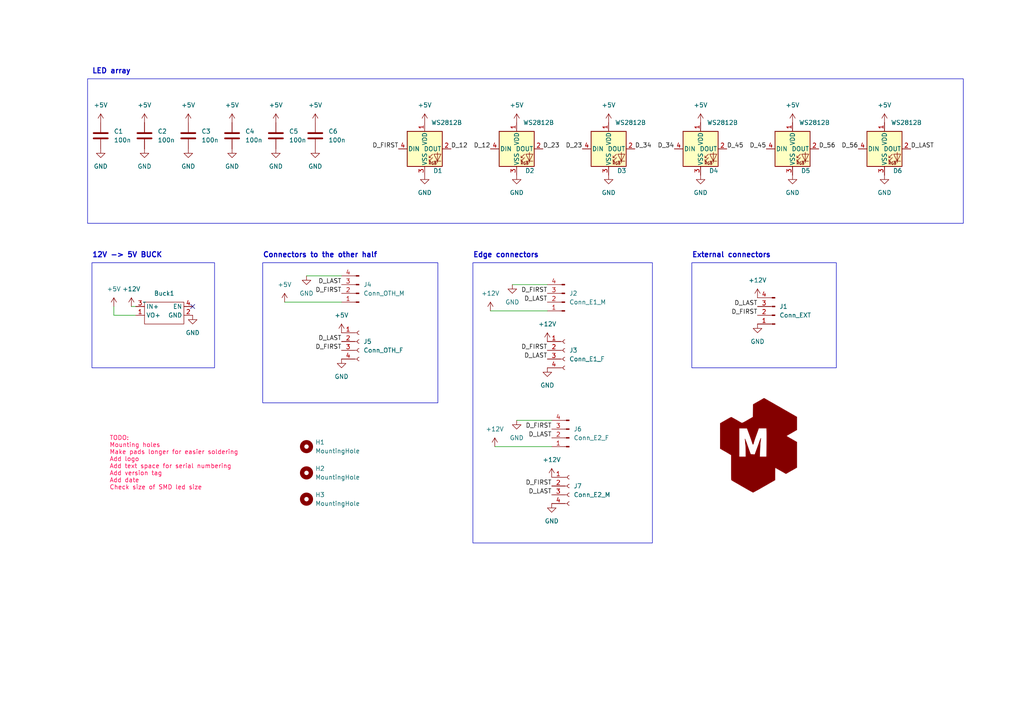
<source format=kicad_sch>
(kicad_sch (version 20230121) (generator eeschema)
  (paper "A4")
  (lib_symbols
    (symbol "--local:5v_buck"
      (property "Reference" "U" (at 5.08 1.27 0))
      (symbol "5v_buck_0_1"
        (rectangle (start 0 0) (end 11.43 -6.35))
      )
      (symbol "5v_buck_1_1"
        (pin input line (at -2.54 -3.81 0) (length 2.54) (name "VO+") (number "1"))
        (pin input line (at 13.97 -3.81 180) (length 2.54) (name "GND") (number "2"))
        (pin input line (at -2.54 -1.27 0) (length 2.54) (name "IN+") (number "3"))
        (pin input line (at 13.97 -1.27 180) (length 2.54) (name "EN") (number "4"))
      )
    )
    (symbol "--local:LOGO_KMS" (pin_names (offset 1.016))
      (symbol "LOGO_KMS_0_0"
        (polyline (pts (xy 0.0117 -14.5438) (xy 0.1815 -14.4596) (xy 0.4733 -14.3044) (xy 0.8715 -14.0867) (xy 1.3602 -13.8153) (xy 1.924 -13.4987) (xy 2.5471 -13.1457) (xy 3.2139 -12.765) (xy 6.35 -10.9673) (xy 6.35 -9.1666) (xy 6.3501 -8.9706) (xy 6.3525 -8.4585) (xy 6.3574 -8.0174) (xy 6.3642 -7.6719) (xy 6.3725 -7.4466) (xy 6.382 -7.366) (xy 6.3931 -7.3705) (xy 6.5163 -7.4356) (xy 6.7572 -7.5687) (xy 7.0937 -7.7574) (xy 7.504 -7.9893) (xy 7.966 -8.2524) (xy 9.518 -9.1387) (xy 9.8784 -8.9373) (xy 9.9805 -8.8799) (xy 10.249 -8.728) (xy 10.6096 -8.5232) (xy 11.0278 -8.2852) (xy 11.4694 -8.0335) (xy 12.7 -7.331) (xy 12.7 0.0494) (xy 11.176 0.9196) (xy 11.0418 0.9963) (xy 10.5993 1.2512) (xy 10.2174 1.4738) (xy 9.9177 1.6515) (xy 9.722 1.7712) (xy 9.652 1.8203) (xy 9.6578 1.8264) (xy 9.7659 1.8969) (xy 9.9934 2.0344) (xy 10.3187 2.2262) (xy 10.7201 2.4593) (xy 11.176 2.721) (xy 12.7 3.5912) (xy 12.7 7.3263) (xy 8.3185 9.8382) (xy 7.6069 10.2461) (xy 6.8355 10.688) (xy 6.1113 11.1028) (xy 5.4483 11.4824) (xy 4.8609 11.8184) (xy 4.3634 12.1028) (xy 3.9699 12.3275) (xy 3.6948 12.4842) (xy 3.5523 12.5649) (xy 3.1677 12.7795) (xy 1.5789 11.8716) (xy -0.0098 10.9637) (xy -0.0424 7.3239) (xy -1.6087 6.4227) (xy -1.8975 6.2571) (xy -2.3649 5.9936) (xy -2.7164 5.8043) (xy -2.9709 5.68) (xy -3.1477 5.612) (xy -3.2658 5.5912) (xy -3.3444 5.6086) (xy -3.4618 5.6732) (xy -3.7025 5.8093) (xy -4.0377 6.0007) (xy -4.4409 6.2321) (xy -4.8855 6.4885) (xy -5.3221 6.7382) (xy -5.7113 6.9558) (xy -6.0282 7.1278) (xy -6.2482 7.2407) (xy -6.3467 7.2813) (xy -6.3645 7.2764) (xy -6.5062 7.2095) (xy -6.7636 7.0739) (xy -7.1139 6.8821) (xy -7.5342 6.6465) (xy -8.0018 6.3795) (xy -9.5674 5.4776) (xy -9.5674 4.0688) (xy -4.064 4.0688) (xy -1.7516 4.0216) (xy -1.1718 2.4553) (xy -1 1.9865) (xy -0.7964 1.4201) (xy -0.6059 0.8796) (xy -0.4442 0.409) (xy -0.3266 0.0527) (xy -0.2179 -0.2807) (xy -0.1159 -0.5429) (xy -0.0353 -0.6449) (xy 0.0378 -0.5883) (xy 0.1173 -0.3745) (xy 0.217 -0.005) (xy 0.2461 0.1011) (xy 0.3452 0.4246) (xy 0.4827 0.8444) (xy 0.6445 1.3178) (xy 0.8165 1.8022) (xy 0.8988 2.0297) (xy 1.0719 2.5096) (xy 1.232 2.9552) (xy 1.3642 3.325) (xy 1.4536 3.5771) (xy 1.6242 4.064) (xy 3.88 4.064) (xy 3.9085 3.0691) (xy 3.9135 2.811) (xy 3.9177 2.3699) (xy 3.9198 1.8095) (xy 3.9199 1.1571) (xy 3.9179 0.44) (xy 3.9139 -0.3146) (xy 3.908 -1.0795) (xy 3.879 -4.2334) (xy 1.9224 -4.2334) (xy 1.9748 -2.4342) (xy 1.9947 -1.8396) (xy 2.0364 -0.9704) (xy 2.0906 -0.2293) (xy 2.1593 0.4093) (xy 2.2446 0.971) (xy 2.262 1.0904) (xy 2.2529 1.171) (xy 2.1976 1.1001) (xy 2.0991 0.8842) (xy 1.9605 0.5295) (xy 1.7849 0.0423) (xy 1.7468 -0.0664) (xy 1.5718 -0.5599) (xy 1.3664 -1.1332) (xy 1.1532 -1.7235) (xy 0.9546 -2.2683) (xy 0.4799 -3.5629) (xy -0.1138 -3.5383) (xy -0.7074 -3.5137) (xy -0.9586 -2.8364) (xy -0.9612 -2.8292) (xy -1.0706 -2.529) (xy -1.2213 -2.1084) (xy -1.3998 -1.6058) (xy -1.5924 -1.0595) (xy -1.7856 -0.508) (xy -1.8442 -0.3408) (xy -2.0095 0.1196) (xy -2.1523 0.5018) (xy -2.2647 0.7852) (xy -2.3386 0.9493) (xy -2.3659 0.9736) (xy -2.3657 0.9477) (xy -2.3538 0.7623) (xy -2.3275 0.455) (xy -2.29 0.0619) (xy -2.2445 -0.381) (xy -2.2379 -0.4446) (xy -2.1912 -1.0068) (xy -2.1531 -1.6534) (xy -2.1273 -2.3095) (xy -2.1176 -2.8999) (xy -2.1167 -4.2334) (xy -4.064 -4.2334) (xy -4.064 4.0688) (xy -9.5674 4.0688) (xy -9.5674 -1.8386) (xy -8.1915 -2.6257) (xy -7.7716 -2.8672) (xy -7.3526 -3.111) (xy -6.9963 -3.3211) (xy -6.7308 -3.4809) (xy -6.5844 -3.5738) (xy -6.353 -3.7348) (xy -6.3529 -7.3454) (xy -6.3527 -7.7944) (xy -6.3506 -8.6376) (xy -6.346 -9.3299) (xy -6.3386 -9.8839) (xy -6.3279 -10.3121) (xy -6.3136 -10.6272) (xy -6.2954 -10.8417) (xy -6.2729 -10.9682) (xy -6.2456 -11.0192) (xy -6.2238 -11.0319) (xy -6.0739 -11.1186) (xy -5.8 -11.2769) (xy -5.4182 -11.4974) (xy -4.9445 -11.7709) (xy -4.3949 -12.0881) (xy -3.7856 -12.4397) (xy -3.1327 -12.8164) (xy -2.8568 -12.9754) (xy -2.2209 -13.34) (xy -1.6355 -13.6733) (xy -1.1165 -13.9663) (xy -0.6799 -14.2101) (xy -0.3417 -14.3958) (xy -0.1179 -14.5142) (xy -0.0246 -14.5566) (xy 0.0117 -14.5438)) (stroke (width 0.01)) (fill (type outline)))
      )
    )
    (symbol "Connector:Conn_01x04_Pin" (pin_names (offset 1.016) hide)
      (property "Reference" "J" (at 0 5.08 0))
      (property "Value" "Conn_01x04_Pin" (at 0 -7.62 0))
      (symbol "Conn_01x04_Pin_1_1"
        (polyline (pts (xy 1.27 -5.08) (xy 0.8636 -5.08)) (stroke (width 0.1524)))
        (polyline (pts (xy 1.27 -2.54) (xy 0.8636 -2.54)) (stroke (width 0.1524)))
        (polyline (pts (xy 1.27 0) (xy 0.8636 0)) (stroke (width 0.1524)))
        (polyline (pts (xy 1.27 2.54) (xy 0.8636 2.54)) (stroke (width 0.1524)))
        (rectangle (start 0.8636 -4.953) (end 0 -5.207) (stroke (width 0.1524)) (fill (type outline)))
        (rectangle (start 0.8636 -2.413) (end 0 -2.667) (stroke (width 0.1524)) (fill (type outline)))
        (rectangle (start 0.8636 0.127) (end 0 -0.127) (stroke (width 0.1524)) (fill (type outline)))
        (rectangle (start 0.8636 2.667) (end 0 2.413) (stroke (width 0.1524)) (fill (type outline)))
        (pin passive line (at 5.08 2.54 180) (length 3.81) (name "Pin_1") (number "1"))
        (pin passive line (at 5.08 0 180) (length 3.81) (name "Pin_2") (number "2"))
        (pin passive line (at 5.08 -2.54 180) (length 3.81) (name "Pin_3") (number "3"))
        (pin passive line (at 5.08 -5.08 180) (length 3.81) (name "Pin_4") (number "4"))
      )
    )
    (symbol "Connector:Conn_01x04_Socket" (pin_names (offset 1.016) hide)
      (property "Reference" "J" (at 0 5.08 0))
      (property "Value" "Conn_01x04_Socket" (at 0 -7.62 0))
      (symbol "Conn_01x04_Socket_1_1"
        (arc (start 0 -4.572) (mid -0.5058 -5.08) (end 0 -5.588) (stroke (width 0.1524)))
        (arc (start 0 -2.032) (mid -0.5058 -2.54) (end 0 -3.048) (stroke (width 0.1524)))
        (polyline (pts (xy -1.27 -5.08) (xy -0.508 -5.08)) (stroke (width 0.1524)))
        (polyline (pts (xy -1.27 -2.54) (xy -0.508 -2.54)) (stroke (width 0.1524)))
        (polyline (pts (xy -1.27 0) (xy -0.508 0)) (stroke (width 0.1524)))
        (polyline (pts (xy -1.27 2.54) (xy -0.508 2.54)) (stroke (width 0.1524)))
        (arc (start 0 0.508) (mid -0.5058 0) (end 0 -0.508) (stroke (width 0.1524)))
        (arc (start 0 3.048) (mid -0.5058 2.54) (end 0 2.032) (stroke (width 0.1524)))
        (pin passive line (at -5.08 2.54 0) (length 3.81) (name "Pin_1") (number "1"))
        (pin passive line (at -5.08 0 0) (length 3.81) (name "Pin_2") (number "2"))
        (pin passive line (at -5.08 -2.54 0) (length 3.81) (name "Pin_3") (number "3"))
        (pin passive line (at -5.08 -5.08 0) (length 3.81) (name "Pin_4") (number "4"))
      )
    )
    (symbol "Device:C" (pin_numbers hide) (pin_names (offset 0.254))
      (property "Reference" "C" (at 0.635 2.54 0))
      (property "Value" "C" (at 0.635 -2.54 0))
      (symbol "C_0_1"
        (polyline (pts (xy -2.032 -0.762) (xy 2.032 -0.762)) (stroke (width 0.508)))
        (polyline (pts (xy -2.032 0.762) (xy 2.032 0.762)) (stroke (width 0.508)))
      )
      (symbol "C_1_1"
        (pin passive line (at 0 3.81 270) (length 2.794) (name "~") (number "1"))
        (pin passive line (at 0 -3.81 90) (length 2.794) (name "~") (number "2"))
      )
    )
    (symbol "LED:WS2812B" (pin_names (offset 0.254))
      (property "Reference" "D" (at 5.08 5.715 0))
      (property "Value" "WS2812B" (at 1.27 -5.715 0))
      (symbol "WS2812B_0_0"
        (text "RGB" (at 2.286 -4.191 0) (effects (font (size 0.762 0.762))))
      )
      (symbol "WS2812B_0_1"
        (polyline (pts (xy 1.27 -3.556) (xy 1.778 -3.556)))
        (polyline (pts (xy 1.27 -2.54) (xy 1.778 -2.54)))
        (polyline (pts (xy 4.699 -3.556) (xy 2.667 -3.556)))
        (polyline (pts (xy 2.286 -2.54) (xy 1.27 -3.556) (xy 1.27 -3.048)))
        (polyline (pts (xy 2.286 -1.524) (xy 1.27 -2.54) (xy 1.27 -2.032)))
        (polyline (pts (xy 3.683 -1.016) (xy 3.683 -3.556) (xy 3.683 -4.064)))
        (polyline (pts (xy 4.699 -1.524) (xy 2.667 -1.524) (xy 3.683 -3.556) (xy 4.699 -1.524)))
        (rectangle (start 5.08 5.08) (end -5.08 -5.08) (stroke (width 0.254)) (fill (type background)))
      )
      (symbol "WS2812B_1_1"
        (pin power_in line (at 0 7.62 270) (length 2.54) (name "VDD") (number "1"))
        (pin output line (at 7.62 0 180) (length 2.54) (name "DOUT") (number "2"))
        (pin power_in line (at 0 -7.62 90) (length 2.54) (name "VSS") (number "3"))
        (pin input line (at -7.62 0 0) (length 2.54) (name "DIN") (number "4"))
      )
    )
    (symbol "Mechanical:MountingHole" (pin_names (offset 1.016))
      (property "Reference" "H" (at 0 5.08 0))
      (property "Value" "MountingHole" (at 0 3.175 0))
      (symbol "MountingHole_0_1"
        (circle (center 0 0) (radius 1.27) (stroke (width 1.27)))
      )
    )
    (symbol "power:+12V" (power) (pin_names (offset 0))
      (property "Value" "+12V" (at 0 3.556 0))
      (symbol "+12V_0_1"
        (polyline (pts (xy -0.762 1.27) (xy 0 2.54)))
        (polyline (pts (xy 0 0) (xy 0 2.54)))
        (polyline (pts (xy 0 2.54) (xy 0.762 1.27)))
      )
      (symbol "+12V_1_1"
        (pin power_in line (at 0 0 90) (length 0) hide (name "+12V") (number "1"))
      )
    )
    (symbol "power:+5V" (power) (pin_names (offset 0))
      (property "Value" "+5V" (at 0 3.556 0))
      (symbol "+5V_0_1"
        (polyline (pts (xy -0.762 1.27) (xy 0 2.54)))
        (polyline (pts (xy 0 0) (xy 0 2.54)))
        (polyline (pts (xy 0 2.54) (xy 0.762 1.27)))
      )
      (symbol "+5V_1_1"
        (pin power_in line (at 0 0 90) (length 0) hide (name "+5V") (number "1"))
      )
    )
    (symbol "power:GND" (power) (pin_names (offset 0))
      (property "Value" "GND" (at 0 -3.81 0))
      (symbol "GND_0_1"
        (polyline (pts (xy 0 0) (xy 0 -1.27) (xy 1.27 -1.27) (xy 0 -2.54) (xy -1.27 -1.27) (xy 0 -1.27)))
      )
      (symbol "GND_1_1"
        (pin power_in line (at 0 0 270) (length 0) hide (name "GND") (number "1"))
      )
    )
  )
  (no_connect (at 55.88 88.9))
  (wire (pts (xy 38.1 88.9) (xy 39.37 88.9)))
  (wire (pts (xy 149.86 121.92) (xy 160.02 121.92)))
  (wire (pts (xy 33.02 88.9) (xy 33.02 91.44)))
  (wire (pts (xy 88.9 80.01) (xy 99.06 80.01)))
  (wire (pts (xy 82.55 87.63) (xy 99.06 87.63)))
  (wire (pts (xy 33.02 91.44) (xy 39.37 91.44)))
  (wire (pts (xy 143.51 129.54) (xy 160.02 129.54)))
  (wire (pts (xy 148.59 82.55) (xy 158.75 82.55)))
  (wire (pts (xy 142.24 90.17) (xy 158.75 90.17)))
  (rectangle (start 200.66 76.2) (end 242.57 106.68))
  (rectangle (start 25.4 22.86) (end 279.4 64.77))
  (rectangle (start 137.16 76.2) (end 189.23 157.48))
  (rectangle (start 26.67 76.2) (end 62.23 106.68))
  (rectangle (start 76.2 76.2) (end 127 116.84))
  (text "Edge connectors" (at 137.16 74.93 0) (effects (font (size 1.5 1.5) (thickness 0.3) bold) (justify left bottom)))
  (text "12V -> 5V BUCK" (at 26.67 74.93 0) (effects (font (size 1.5 1.5) (thickness 0.3) bold) (justify left bottom)))
  (text "Connectors to the other half" (at 76.2 74.93 0) (effects (font (size 1.5 1.5) (thickness 0.3) bold) (justify left bottom)))
  (text "LED array" (at 26.67 21.59 0) (effects (font (size 1.5 1.5) (thickness 0.3) bold) (justify left bottom)))
  (text "TODO:\nMounting holes\nMake pads longer for easier soldering \nAdd logo\nAdd text space for serial numbering\nAdd version tag\nAdd date\nCheck size of SMD led size" (at 31.75 142.24 0) (effects (font (size 1.27 1.27)) (justify left bottom)))
  (text "External connectors" (at 200.66 74.93 0) (effects (font (size 1.5 1.5) (thickness 0.3) bold) (justify left bottom)))
  (label "D_LAST" (at 160.02 127 180))
  (label "D_FIRST" (at 219.71 91.44 180))
  (label "D_34" (at 184.15 43.18 0))
  (label "D_LAST" (at 219.71 88.9 180))
  (label "D_LAST" (at 160.02 143.51 180))
  (label "D_23" (at 157.48 43.18 0))
  (label "D_56" (at 237.49 43.18 0))
  (label "D_23" (at 168.91 43.18 180))
  (label "D_45" (at 222.25 43.18 180))
  (label "D_LAST" (at 99.06 82.55 180))
  (label "D_FIRST" (at 158.75 85.09 180))
  (label "D_FIRST" (at 115.57 43.18 180))
  (label "D_56" (at 248.92 43.18 180))
  (label "D_LAST" (at 158.75 104.14 180))
  (label "D_45" (at 210.82 43.18 0))
  (label "D_FIRST" (at 160.02 124.46 180))
  (label "D_12" (at 142.24 43.18 180))
  (label "D_34" (at 195.58 43.18 180))
  (label "D_LAST" (at 158.75 87.63 180))
  (label "D_FIRST" (at 158.75 101.6 180))
  (label "D_FIRST" (at 160.02 140.97 180))
  (label "D_12" (at 130.81 43.18 0))
  (label "D_LAST" (at 264.16 43.18 0))
  (label "D_FIRST" (at 99.06 101.6 180))
  (label "D_FIRST" (at 99.06 85.09 180))
  (label "D_LAST" (at 99.06 99.06 180))
  (symbol (lib_id "power:GND") (at 41.91 43.18 0) (unit 1)
    (property "Reference" "#PWR07" (effects hide))
    (property "Value" "GND" (at 41.91 48.26 0))
  )
  (symbol (lib_id "LED:WS2812B") (at 176.53 43.18 0) (unit 1)
    (property "Reference" "D3" (at 180.34 49.53 0))
    (property "Value" "WS2812B" (at 182.88 35.56 0))
    (property "Footprint" "LED_SMD:LED_WS2812B_PLCC4_5.0x5.0mm_P3.2mm" (effects hide))
    (property "Datasheet" "https://cdn-shop.adafruit.com/datasheets/WS2812B.pdf" (effects hide))
  )
  (symbol (lib_id "power:GND") (at 158.75 106.68 0) (unit 1)
    (property "Reference" "#PWR021" (effects hide))
    (property "Value" "GND" (at 158.75 111.76 0))
  )
  (symbol (lib_id "power:+5V") (at 82.55 87.63 0) (unit 1)
    (property "Reference" "#PWR025" (effects hide))
    (property "Value" "+5V" (at 82.55 82.55 0))
  )
  (symbol (lib_id "Mechanical:MountingHole") (at 88.9 129.54 0) (unit 1)
    (property "Reference" "H1" (at 91.44 128.27 0) (effects (justify left)))
    (property "Value" "MountingHole" (at 91.44 130.81 0) (effects (justify left)))
    (property "Footprint" "MountingHole:MountingHole_3.2mm_M3" (effects hide))
  )
  (symbol (lib_id "power:+5V") (at 99.06 96.52 0) (unit 1)
    (property "Reference" "#PWR027" (effects hide))
    (property "Value" "+5V" (at 99.06 91.44 0))
  )
  (symbol (lib_id "LED:WS2812B") (at 229.87 43.18 0) (unit 1)
    (property "Reference" "D5" (at 233.68 49.53 0))
    (property "Value" "WS2812B" (at 236.22 35.56 0))
    (property "Footprint" "LED_SMD:LED_WS2812B_PLCC4_5.0x5.0mm_P3.2mm" (effects hide))
    (property "Datasheet" "https://cdn-shop.adafruit.com/datasheets/WS2812B.pdf" (effects hide))
  )
  (symbol (lib_id "power:+5V") (at 67.31 35.56 0) (unit 1)
    (property "Reference" "#PWR039" (effects hide))
    (property "Value" "+5V" (at 67.31 30.48 0))
  )
  (symbol (lib_id "power:GND") (at 149.86 121.92 0) (unit 1)
    (property "Reference" "#PWR030" (effects hide))
    (property "Value" "GND" (at 149.86 127 0))
  )
  (symbol (lib_id "power:+5V") (at 256.54 35.56 0) (unit 1)
    (property "Reference" "#PWR034" (effects hide))
    (property "Value" "+5V" (at 256.54 30.48 0))
  )
  (symbol (lib_id "power:+5V") (at 54.61 35.56 0) (unit 1)
    (property "Reference" "#PWR038" (effects hide))
    (property "Value" "+5V" (at 54.61 30.48 0))
  )
  (symbol (lib_id "Mechanical:MountingHole") (at 88.9 137.16 0) (unit 1)
    (property "Reference" "H2" (at 91.44 135.89 0) (effects (justify left)))
    (property "Value" "MountingHole" (at 91.44 138.43 0) (effects (justify left)))
    (property "Footprint" "MountingHole:MountingHole_3.2mm_M3" (effects hide))
  )
  (symbol (lib_id "power:+5V") (at 29.21 35.56 0) (unit 1)
    (property "Reference" "#PWR036" (effects hide))
    (property "Value" "+5V" (at 29.21 30.48 0))
  )
  (symbol (lib_id "Device:C") (at 67.31 39.37 0) (unit 1)
    (property "Reference" "C4" (at 71.12 38.1 0) (effects (justify left)))
    (property "Value" "100n" (at 71.12 40.64 0) (effects (justify left)))
    (property "Footprint" "Capacitor_SMD:C_0805_2012Metric_Pad1.18x1.45mm_HandSolder" (effects hide))
  )
  (symbol (lib_id "power:+5V") (at 33.02 88.9 0) (unit 1)
    (property "Reference" "#PWR04" (effects hide))
    (property "Value" "+5V" (at 33.02 83.82 0))
  )
  (symbol (lib_id "power:GND") (at 219.71 93.98 0) (unit 1)
    (property "Reference" "#PWR019" (effects hide))
    (property "Value" "GND" (at 219.71 99.06 0))
  )
  (symbol (lib_id "power:+5V") (at 149.86 35.56 0) (unit 1)
    (property "Reference" "#PWR08" (effects hide))
    (property "Value" "+5V" (at 149.86 30.48 0))
  )
  (symbol (lib_id "Device:C") (at 54.61 39.37 0) (unit 1)
    (property "Reference" "C3" (at 58.42 38.1 0) (effects (justify left)))
    (property "Value" "100n" (at 58.42 40.64 0) (effects (justify left)))
    (property "Footprint" "Capacitor_SMD:C_0805_2012Metric_Pad1.18x1.45mm_HandSolder" (effects hide))
  )
  (symbol (lib_id "power:+5V") (at 123.19 35.56 0) (unit 1)
    (property "Reference" "#PWR02" (effects hide))
    (property "Value" "+5V" (at 123.19 30.48 0))
  )
  (symbol (lib_id "Connector:Conn_01x04_Pin") (at 224.79 91.44 180) (unit 1)
    (property "Reference" "J1" (at 226.06 88.9 0) (effects (justify right)))
    (property "Value" "Conn_EXT" (at 226.06 91.44 0) (effects (justify right)))
    (property "Footprint" "--local:4_pin_solder_pad" (effects hide))
  )
  (symbol (lib_id "power:GND") (at 55.88 91.44 0) (unit 1)
    (property "Reference" "#PWR03" (effects hide))
    (property "Value" "GND" (at 55.88 96.52 0))
  )
  (symbol (lib_id "Device:C") (at 91.44 39.37 0) (unit 1)
    (property "Reference" "C6" (at 95.25 38.1 0) (effects (justify left)))
    (property "Value" "100n" (at 95.25 40.64 0) (effects (justify left)))
    (property "Footprint" "Capacitor_SMD:C_0805_2012Metric_Pad1.18x1.45mm_HandSolder" (effects hide))
  )
  (symbol (lib_id "power:+5V") (at 80.01 35.56 0) (unit 1)
    (property "Reference" "#PWR040" (effects hide))
    (property "Value" "+5V" (at 80.01 30.48 0))
  )
  (symbol (lib_id "Connector:Conn_01x04_Socket") (at 165.1 140.97 0) (unit 1)
    (property "Reference" "J7" (at 166.37 140.97 0) (effects (justify left)))
    (property "Value" "Conn_E2_M" (at 166.37 143.51 0) (effects (justify left)))
    (property "Footprint" "--local:4_pin_solder_pad" (effects hide))
  )
  (symbol (lib_id "power:GND") (at 29.21 43.18 0) (unit 1)
    (property "Reference" "#PWR06" (effects hide))
    (property "Value" "GND" (at 29.21 48.26 0))
  )
  (symbol (lib_id "Connector:Conn_01x04_Socket") (at 104.14 99.06 0) (unit 1)
    (property "Reference" "J5" (at 105.41 99.06 0) (effects (justify left)))
    (property "Value" "Conn_OTH_F" (at 105.41 101.6 0) (effects (justify left)))
    (property "Footprint" "--local:4_pin_solder_pad" (effects hide))
  )
  (symbol (lib_id "power:GND") (at 203.2 50.8 0) (unit 1)
    (property "Reference" "#PWR015" (effects hide))
    (property "Value" "GND" (at 203.2 55.88 0))
  )
  (symbol (lib_id "Connector:Conn_01x04_Pin") (at 163.83 87.63 180) (unit 1)
    (property "Reference" "J2" (at 165.1 85.09 0) (effects (justify right)))
    (property "Value" "Conn_E1_M" (at 165.1 87.63 0) (effects (justify right)))
    (property "Footprint" "--local:4_pin_solder_pad" (effects hide))
  )
  (symbol (lib_id "power:GND") (at 229.87 50.8 0) (unit 1)
    (property "Reference" "#PWR018" (effects hide))
    (property "Value" "GND" (at 229.87 55.88 0))
  )
  (symbol (lib_id "power:GND") (at 148.59 82.55 0) (unit 1)
    (property "Reference" "#PWR022" (effects hide))
    (property "Value" "GND" (at 148.59 87.63 0))
  )
  (symbol (lib_id "power:GND") (at 256.54 50.8 0) (unit 1)
    (property "Reference" "#PWR035" (effects hide))
    (property "Value" "GND" (at 256.54 55.88 0))
  )
  (symbol (lib_id "power:GND") (at 176.53 50.8 0) (unit 1)
    (property "Reference" "#PWR012" (effects hide))
    (property "Value" "GND" (at 176.53 55.88 0))
  )
  (symbol (lib_id "power:GND") (at 54.61 43.18 0) (unit 1)
    (property "Reference" "#PWR010" (effects hide))
    (property "Value" "GND" (at 54.61 48.26 0))
  )
  (symbol (lib_id "Device:C") (at 29.21 39.37 0) (unit 1)
    (property "Reference" "C1" (at 33.02 38.1 0) (effects (justify left)))
    (property "Value" "100n" (at 33.02 40.64 0) (effects (justify left)))
    (property "Footprint" "Capacitor_SMD:C_0805_2012Metric_Pad1.18x1.45mm_HandSolder" (effects hide))
  )
  (symbol (lib_id "power:GND") (at 99.06 104.14 0) (unit 1)
    (property "Reference" "#PWR028" (effects hide))
    (property "Value" "GND" (at 99.06 109.22 0))
  )
  (symbol (lib_id "LED:WS2812B") (at 149.86 43.18 0) (unit 1)
    (property "Reference" "D2" (at 153.67 49.53 0))
    (property "Value" "WS2812B" (at 156.21 35.56 0))
    (property "Footprint" "LED_SMD:LED_WS2812B_PLCC4_5.0x5.0mm_P3.2mm" (effects hide))
    (property "Datasheet" "https://cdn-shop.adafruit.com/datasheets/WS2812B.pdf" (effects hide))
  )
  (symbol (lib_id "power:+5V") (at 203.2 35.56 0) (unit 1)
    (property "Reference" "#PWR014" (effects hide))
    (property "Value" "+5V" (at 203.2 30.48 0))
  )
  (symbol (lib_id "LED:WS2812B") (at 256.54 43.18 0) (unit 1)
    (property "Reference" "D6" (at 260.35 49.53 0))
    (property "Value" "WS2812B" (at 262.89 35.56 0))
    (property "Footprint" "LED_SMD:LED_WS2812B_PLCC4_5.0x5.0mm_P3.2mm" (effects hide))
    (property "Datasheet" "https://cdn-shop.adafruit.com/datasheets/WS2812B.pdf" (effects hide))
  )
  (symbol (lib_id "power:GND") (at 88.9 80.01 0) (unit 1)
    (property "Reference" "#PWR026" (effects hide))
    (property "Value" "GND" (at 88.9 85.09 0))
  )
  (symbol (lib_id "power:+5V") (at 41.91 35.56 0) (unit 1)
    (property "Reference" "#PWR037" (effects hide))
    (property "Value" "+5V" (at 41.91 30.48 0))
  )
  (symbol (lib_id "power:+12V") (at 158.75 99.06 0) (unit 1)
    (property "Reference" "#PWR024" (effects hide))
    (property "Value" "+12V" (at 158.75 93.98 0))
  )
  (symbol (lib_id "Device:C") (at 80.01 39.37 0) (unit 1)
    (property "Reference" "C5" (at 83.82 38.1 0) (effects (justify left)))
    (property "Value" "100n" (at 83.82 40.64 0) (effects (justify left)))
    (property "Footprint" "Capacitor_SMD:C_0805_2012Metric_Pad1.18x1.45mm_HandSolder" (effects hide))
  )
  (symbol (lib_id "LED:WS2812B") (at 203.2 43.18 0) (unit 1)
    (property "Reference" "D4" (at 207.01 49.53 0))
    (property "Value" "WS2812B" (at 209.55 35.56 0))
    (property "Footprint" "LED_SMD:LED_WS2812B_PLCC4_5.0x5.0mm_P3.2mm" (effects hide))
    (property "Datasheet" "https://cdn-shop.adafruit.com/datasheets/WS2812B.pdf" (effects hide))
  )
  (symbol (lib_id "power:+5V") (at 176.53 35.56 0) (unit 1)
    (property "Reference" "#PWR011" (effects hide))
    (property "Value" "+5V" (at 176.53 30.48 0))
  )
  (symbol (lib_id "power:+12V") (at 143.51 129.54 0) (unit 1)
    (property "Reference" "#PWR029" (effects hide))
    (property "Value" "+12V" (at 143.51 124.46 0))
  )
  (symbol (lib_id "power:GND") (at 91.44 43.18 0) (unit 1)
    (property "Reference" "#PWR033" (effects hide))
    (property "Value" "GND" (at 91.44 48.26 0))
  )
  (symbol (lib_id "Mechanical:MountingHole") (at 88.9 144.78 0) (unit 1)
    (property "Reference" "H3" (at 91.44 143.51 0) (effects (justify left)))
    (property "Value" "MountingHole" (at 91.44 146.05 0) (effects (justify left)))
    (property "Footprint" "MountingHole:MountingHole_3.2mm_M3" (effects hide))
  )
  (symbol (lib_id "power:GND") (at 80.01 43.18 0) (unit 1)
    (property "Reference" "#PWR016" (effects hide))
    (property "Value" "GND" (at 80.01 48.26 0))
  )
  (symbol (lib_id "power:+5V") (at 91.44 35.56 0) (unit 1)
    (property "Reference" "#PWR041" (effects hide))
    (property "Value" "+5V" (at 91.44 30.48 0))
  )
  (symbol (lib_id "Device:C") (at 41.91 39.37 0) (unit 1)
    (property "Reference" "C2" (at 45.72 38.1 0) (effects (justify left)))
    (property "Value" "100n" (at 45.72 40.64 0) (effects (justify left)))
    (property "Footprint" "Capacitor_SMD:C_0805_2012Metric_Pad1.18x1.45mm_HandSolder" (effects hide))
  )
  (symbol (lib_id "Connector:Conn_01x04_Pin") (at 104.14 85.09 180) (unit 1)
    (property "Reference" "J4" (at 105.41 82.55 0) (effects (justify right)))
    (property "Value" "Conn_OTH_M" (at 105.41 85.09 0) (effects (justify right)))
    (property "Footprint" "--local:4_pin_solder_pad" (effects hide))
  )
  (symbol (lib_id "power:+12V") (at 142.24 90.17 0) (unit 1)
    (property "Reference" "#PWR023" (effects hide))
    (property "Value" "+12V" (at 142.24 85.09 0))
  )
  (symbol (lib_id "power:+12V") (at 219.71 86.36 0) (unit 1)
    (property "Reference" "#PWR020" (effects hide))
    (property "Value" "+12V" (at 219.71 81.28 0))
  )
  (symbol (lib_id "power:+12V") (at 38.1 88.9 0) (unit 1)
    (property "Reference" "#PWR05" (effects hide))
    (property "Value" "+12V" (at 38.1 83.82 0))
  )
  (symbol (lib_id "--local:5v_buck") (at 41.91 87.63 0) (unit 1)
    (property "Reference" "Buck1" (at 47.625 85.09 0))
    (property "Value" "~" (at 41.91 87.63 0))
    (property "Footprint" "--local:5v buck" (effects hide))
  )
  (symbol (lib_id "--local:LOGO_KMS") (at 218.44 128.27 0) (unit 1)
    (property "Reference" "#G1" (effects hide))
    (property "Value" "LOGO_KMS" (effects hide))
    (property "Footprint" "--local:logo_kms_small_silkscreen" (effects hide))
  )
  (symbol (lib_id "power:GND") (at 123.19 50.8 0) (unit 1)
    (property "Reference" "#PWR01" (effects hide))
    (property "Value" "GND" (at 123.19 55.88 0))
  )
  (symbol (lib_id "power:+5V") (at 229.87 35.56 0) (unit 1)
    (property "Reference" "#PWR017" (effects hide))
    (property "Value" "+5V" (at 229.87 30.48 0))
  )
  (symbol (lib_id "LED:WS2812B") (at 123.19 43.18 0) (unit 1)
    (property "Reference" "D1" (at 127 49.53 0))
    (property "Value" "WS2812B" (at 129.54 35.56 0))
    (property "Footprint" "LED_SMD:LED_WS2812B_PLCC4_5.0x5.0mm_P3.2mm" (effects hide))
    (property "Datasheet" "https://cdn-shop.adafruit.com/datasheets/WS2812B.pdf" (effects hide))
  )
  (symbol (lib_id "power:+12V") (at 160.02 138.43 0) (unit 1)
    (property "Reference" "#PWR031" (effects hide))
    (property "Value" "+12V" (at 160.02 133.35 0))
  )
  (symbol (lib_id "power:GND") (at 149.86 50.8 0) (unit 1)
    (property "Reference" "#PWR09" (effects hide))
    (property "Value" "GND" (at 149.86 55.88 0))
  )
  (symbol (lib_id "power:GND") (at 67.31 43.18 0) (unit 1)
    (property "Reference" "#PWR013" (effects hide))
    (property "Value" "GND" (at 67.31 48.26 0))
  )
  (symbol (lib_id "Connector:Conn_01x04_Socket") (at 163.83 101.6 0) (unit 1)
    (property "Reference" "J3" (at 165.1 101.6 0) (effects (justify left)))
    (property "Value" "Conn_E1_F" (at 165.1 104.14 0) (effects (justify left)))
    (property "Footprint" "--local:4_pin_solder_pad" (effects hide))
  )
  (symbol (lib_id "power:GND") (at 160.02 146.05 0) (unit 1)
    (property "Reference" "#PWR032" (effects hide))
    (property "Value" "GND" (at 160.02 151.13 0))
  )
  (symbol (lib_id "Connector:Conn_01x04_Pin") (at 165.1 127 180) (unit 1)
    (property "Reference" "J6" (at 166.37 124.46 0) (effects (justify right)))
    (property "Value" "Conn_E2_F" (at 166.37 127 0) (effects (justify right)))
    (property "Footprint" "--local:4_pin_solder_pad" (effects hide))
  )
)
</source>
